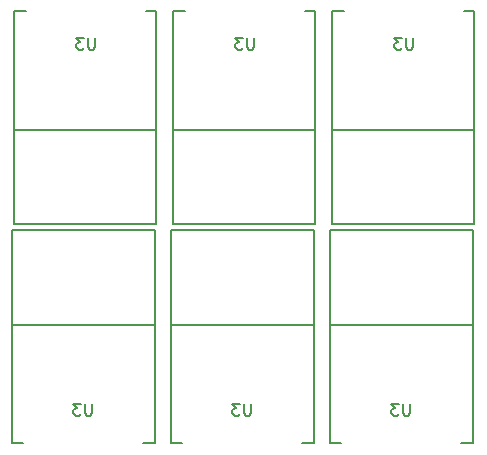
<source format=gbo>
G04 #@! TF.FileFunction,Legend,Bot*
%FSLAX46Y46*%
G04 Gerber Fmt 4.6, Leading zero omitted, Abs format (unit mm)*
G04 Created by KiCad (PCBNEW 4.0.4+e1-6308~48~ubuntu16.04.1-stable) date Mon Nov 28 22:29:59 2016*
%MOMM*%
%LPD*%
G01*
G04 APERTURE LIST*
%ADD10C,0.100000*%
%ADD11C,0.150000*%
G04 APERTURE END LIST*
D10*
D11*
X134366000Y-134874000D02*
X146431000Y-134874000D01*
X146431000Y-144907000D02*
X146431000Y-126873000D01*
X146431000Y-126873000D02*
X134366000Y-126873000D01*
X134366000Y-126873000D02*
X134366000Y-144907000D01*
X146431000Y-144907000D02*
X146431000Y-144780000D01*
X145415000Y-144907000D02*
X146431000Y-144907000D01*
X134366000Y-144907000D02*
X135255000Y-144907000D01*
X134366000Y-144526000D02*
X134366000Y-144907000D01*
X146431000Y-144526000D02*
X146431000Y-144780000D01*
X161290000Y-134874000D02*
X173355000Y-134874000D01*
X173355000Y-144907000D02*
X173355000Y-126873000D01*
X173355000Y-126873000D02*
X161290000Y-126873000D01*
X161290000Y-126873000D02*
X161290000Y-144907000D01*
X173355000Y-144907000D02*
X173355000Y-144780000D01*
X172339000Y-144907000D02*
X173355000Y-144907000D01*
X161290000Y-144907000D02*
X162179000Y-144907000D01*
X161290000Y-144526000D02*
X161290000Y-144907000D01*
X173355000Y-144526000D02*
X173355000Y-144780000D01*
X146558000Y-118364000D02*
X134493000Y-118364000D01*
X134493000Y-108331000D02*
X134493000Y-126365000D01*
X134493000Y-126365000D02*
X146558000Y-126365000D01*
X146558000Y-126365000D02*
X146558000Y-108331000D01*
X134493000Y-108331000D02*
X134493000Y-108458000D01*
X135509000Y-108331000D02*
X134493000Y-108331000D01*
X146558000Y-108331000D02*
X145669000Y-108331000D01*
X146558000Y-108712000D02*
X146558000Y-108331000D01*
X134493000Y-108712000D02*
X134493000Y-108458000D01*
X160020000Y-118364000D02*
X147955000Y-118364000D01*
X147955000Y-108331000D02*
X147955000Y-126365000D01*
X147955000Y-126365000D02*
X160020000Y-126365000D01*
X160020000Y-126365000D02*
X160020000Y-108331000D01*
X147955000Y-108331000D02*
X147955000Y-108458000D01*
X148971000Y-108331000D02*
X147955000Y-108331000D01*
X160020000Y-108331000D02*
X159131000Y-108331000D01*
X160020000Y-108712000D02*
X160020000Y-108331000D01*
X147955000Y-108712000D02*
X147955000Y-108458000D01*
X173482000Y-118364000D02*
X161417000Y-118364000D01*
X161417000Y-108331000D02*
X161417000Y-126365000D01*
X161417000Y-126365000D02*
X173482000Y-126365000D01*
X173482000Y-126365000D02*
X173482000Y-108331000D01*
X161417000Y-108331000D02*
X161417000Y-108458000D01*
X162433000Y-108331000D02*
X161417000Y-108331000D01*
X173482000Y-108331000D02*
X172593000Y-108331000D01*
X173482000Y-108712000D02*
X173482000Y-108331000D01*
X161417000Y-108712000D02*
X161417000Y-108458000D01*
X160020000Y-118364000D02*
X147955000Y-118364000D01*
X147955000Y-108331000D02*
X147955000Y-126365000D01*
X147955000Y-126365000D02*
X160020000Y-126365000D01*
X160020000Y-126365000D02*
X160020000Y-108331000D01*
X147955000Y-108331000D02*
X147955000Y-108458000D01*
X148971000Y-108331000D02*
X147955000Y-108331000D01*
X160020000Y-108331000D02*
X159131000Y-108331000D01*
X160020000Y-108712000D02*
X160020000Y-108331000D01*
X147955000Y-108712000D02*
X147955000Y-108458000D01*
X147828000Y-134874000D02*
X159893000Y-134874000D01*
X159893000Y-144907000D02*
X159893000Y-126873000D01*
X159893000Y-126873000D02*
X147828000Y-126873000D01*
X147828000Y-126873000D02*
X147828000Y-144907000D01*
X159893000Y-144907000D02*
X159893000Y-144780000D01*
X158877000Y-144907000D02*
X159893000Y-144907000D01*
X147828000Y-144907000D02*
X148717000Y-144907000D01*
X147828000Y-144526000D02*
X147828000Y-144907000D01*
X159893000Y-144526000D02*
X159893000Y-144780000D01*
X141096905Y-141565381D02*
X141096905Y-142374905D01*
X141049286Y-142470143D01*
X141001667Y-142517762D01*
X140906429Y-142565381D01*
X140715952Y-142565381D01*
X140620714Y-142517762D01*
X140573095Y-142470143D01*
X140525476Y-142374905D01*
X140525476Y-141565381D01*
X140144524Y-141565381D02*
X139525476Y-141565381D01*
X139858810Y-141946333D01*
X139715952Y-141946333D01*
X139620714Y-141993952D01*
X139573095Y-142041571D01*
X139525476Y-142136810D01*
X139525476Y-142374905D01*
X139573095Y-142470143D01*
X139620714Y-142517762D01*
X139715952Y-142565381D01*
X140001667Y-142565381D01*
X140096905Y-142517762D01*
X140144524Y-142470143D01*
X168020905Y-141565381D02*
X168020905Y-142374905D01*
X167973286Y-142470143D01*
X167925667Y-142517762D01*
X167830429Y-142565381D01*
X167639952Y-142565381D01*
X167544714Y-142517762D01*
X167497095Y-142470143D01*
X167449476Y-142374905D01*
X167449476Y-141565381D01*
X167068524Y-141565381D02*
X166449476Y-141565381D01*
X166782810Y-141946333D01*
X166639952Y-141946333D01*
X166544714Y-141993952D01*
X166497095Y-142041571D01*
X166449476Y-142136810D01*
X166449476Y-142374905D01*
X166497095Y-142470143D01*
X166544714Y-142517762D01*
X166639952Y-142565381D01*
X166925667Y-142565381D01*
X167020905Y-142517762D01*
X167068524Y-142470143D01*
X141350905Y-110577381D02*
X141350905Y-111386905D01*
X141303286Y-111482143D01*
X141255667Y-111529762D01*
X141160429Y-111577381D01*
X140969952Y-111577381D01*
X140874714Y-111529762D01*
X140827095Y-111482143D01*
X140779476Y-111386905D01*
X140779476Y-110577381D01*
X140398524Y-110577381D02*
X139779476Y-110577381D01*
X140112810Y-110958333D01*
X139969952Y-110958333D01*
X139874714Y-111005952D01*
X139827095Y-111053571D01*
X139779476Y-111148810D01*
X139779476Y-111386905D01*
X139827095Y-111482143D01*
X139874714Y-111529762D01*
X139969952Y-111577381D01*
X140255667Y-111577381D01*
X140350905Y-111529762D01*
X140398524Y-111482143D01*
X154812905Y-110577381D02*
X154812905Y-111386905D01*
X154765286Y-111482143D01*
X154717667Y-111529762D01*
X154622429Y-111577381D01*
X154431952Y-111577381D01*
X154336714Y-111529762D01*
X154289095Y-111482143D01*
X154241476Y-111386905D01*
X154241476Y-110577381D01*
X153860524Y-110577381D02*
X153241476Y-110577381D01*
X153574810Y-110958333D01*
X153431952Y-110958333D01*
X153336714Y-111005952D01*
X153289095Y-111053571D01*
X153241476Y-111148810D01*
X153241476Y-111386905D01*
X153289095Y-111482143D01*
X153336714Y-111529762D01*
X153431952Y-111577381D01*
X153717667Y-111577381D01*
X153812905Y-111529762D01*
X153860524Y-111482143D01*
X168274905Y-110577381D02*
X168274905Y-111386905D01*
X168227286Y-111482143D01*
X168179667Y-111529762D01*
X168084429Y-111577381D01*
X167893952Y-111577381D01*
X167798714Y-111529762D01*
X167751095Y-111482143D01*
X167703476Y-111386905D01*
X167703476Y-110577381D01*
X167322524Y-110577381D02*
X166703476Y-110577381D01*
X167036810Y-110958333D01*
X166893952Y-110958333D01*
X166798714Y-111005952D01*
X166751095Y-111053571D01*
X166703476Y-111148810D01*
X166703476Y-111386905D01*
X166751095Y-111482143D01*
X166798714Y-111529762D01*
X166893952Y-111577381D01*
X167179667Y-111577381D01*
X167274905Y-111529762D01*
X167322524Y-111482143D01*
X154812905Y-110577381D02*
X154812905Y-111386905D01*
X154765286Y-111482143D01*
X154717667Y-111529762D01*
X154622429Y-111577381D01*
X154431952Y-111577381D01*
X154336714Y-111529762D01*
X154289095Y-111482143D01*
X154241476Y-111386905D01*
X154241476Y-110577381D01*
X153860524Y-110577381D02*
X153241476Y-110577381D01*
X153574810Y-110958333D01*
X153431952Y-110958333D01*
X153336714Y-111005952D01*
X153289095Y-111053571D01*
X153241476Y-111148810D01*
X153241476Y-111386905D01*
X153289095Y-111482143D01*
X153336714Y-111529762D01*
X153431952Y-111577381D01*
X153717667Y-111577381D01*
X153812905Y-111529762D01*
X153860524Y-111482143D01*
X154558905Y-141565381D02*
X154558905Y-142374905D01*
X154511286Y-142470143D01*
X154463667Y-142517762D01*
X154368429Y-142565381D01*
X154177952Y-142565381D01*
X154082714Y-142517762D01*
X154035095Y-142470143D01*
X153987476Y-142374905D01*
X153987476Y-141565381D01*
X153606524Y-141565381D02*
X152987476Y-141565381D01*
X153320810Y-141946333D01*
X153177952Y-141946333D01*
X153082714Y-141993952D01*
X153035095Y-142041571D01*
X152987476Y-142136810D01*
X152987476Y-142374905D01*
X153035095Y-142470143D01*
X153082714Y-142517762D01*
X153177952Y-142565381D01*
X153463667Y-142565381D01*
X153558905Y-142517762D01*
X153606524Y-142470143D01*
M02*

</source>
